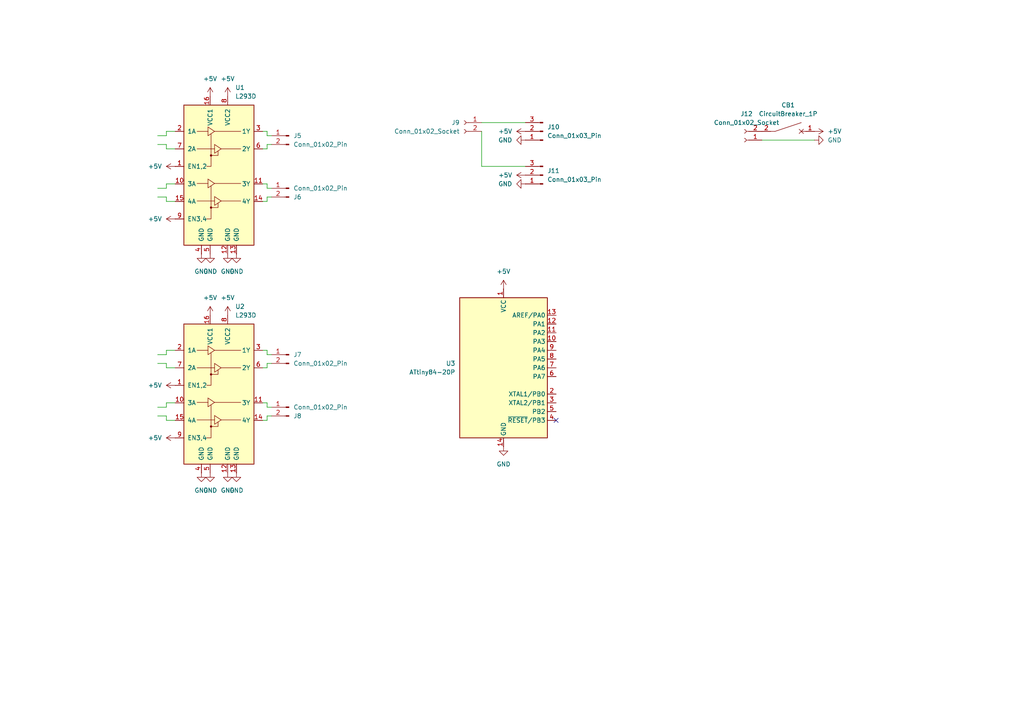
<source format=kicad_sch>
(kicad_sch (version 20231120) (generator "eeschema") (generator_version "8.0")
  (paper "A4")
  (lib_symbols
    (symbol "Conn_01x02_Pin_1" (pin_names (offset 1.016) hide)
      (property "Reference" "J" (at 0 2.54 0))
      (property "Value" "Conn_01x02_Pin" (at 0 -5.08 0))
      (symbol "Conn_01x02_Pin_1_1_1"
        (polyline (pts (xy 1.27 -2.54) (xy 0.8636 -2.54)) (stroke (width 0.1524)))
        (polyline (pts (xy 1.27 0) (xy 0.8636 0)) (stroke (width 0.1524)))
        (rectangle (start 0.8636 -2.413) (end 0 -2.667) (stroke (width 0.1524)) (fill (type outline)))
        (rectangle (start 0.8636 0.127) (end 0 -0.127) (stroke (width 0.1524)) (fill (type outline)))
        (pin passive line (at 5.08 0 180) (length 3.81) (name "Pin_1") (number "1"))
        (pin passive line (at 5.08 -2.54 180) (length 3.81) (name "Pin_2") (number "2"))
      )
    )
    (symbol "Connector:Conn_01x02_Pin" (pin_names (offset 1.016) hide)
      (property "Reference" "J" (at 0 2.54 0))
      (property "Value" "Conn_01x02_Pin" (at 0 -5.08 0))
      (symbol "Conn_01x02_Pin_1_1"
        (polyline (pts (xy 1.27 -2.54) (xy 0.8636 -2.54)) (stroke (width 0.1524)))
        (polyline (pts (xy 1.27 0) (xy 0.8636 0)) (stroke (width 0.1524)))
        (rectangle (start 0.8636 -2.413) (end 0 -2.667) (stroke (width 0.1524)) (fill (type outline)))
        (rectangle (start 0.8636 0.127) (end 0 -0.127) (stroke (width 0.1524)) (fill (type outline)))
        (pin passive line (at 5.08 0 180) (length 3.81) (name "Pin_1") (number "1"))
        (pin passive line (at 5.08 -2.54 180) (length 3.81) (name "Pin_2") (number "2"))
      )
    )
    (symbol "Connector:Conn_01x02_Socket" (pin_names (offset 1.016) hide)
      (property "Reference" "J" (at 0 2.54 0))
      (property "Value" "Conn_01x02_Socket" (at 0 -5.08 0))
      (symbol "Conn_01x02_Socket_1_1"
        (arc (start 0 -2.032) (mid -0.5058 -2.54) (end 0 -3.048) (stroke (width 0.1524)))
        (polyline (pts (xy -1.27 -2.54) (xy -0.508 -2.54)) (stroke (width 0.1524)))
        (polyline (pts (xy -1.27 0) (xy -0.508 0)) (stroke (width 0.1524)))
        (arc (start 0 0.508) (mid -0.5058 0) (end 0 -0.508) (stroke (width 0.1524)))
        (pin passive line (at -5.08 0 0) (length 3.81) (name "Pin_1") (number "1"))
        (pin passive line (at -5.08 -2.54 0) (length 3.81) (name "Pin_2") (number "2"))
      )
    )
    (symbol "Connector:Conn_01x03_Pin" (pin_names (offset 1.016) hide)
      (property "Reference" "J" (at 0 5.08 0))
      (property "Value" "Conn_01x03_Pin" (at 0 -5.08 0))
      (symbol "Conn_01x03_Pin_1_1"
        (polyline (pts (xy 1.27 -2.54) (xy 0.8636 -2.54)) (stroke (width 0.1524)))
        (polyline (pts (xy 1.27 0) (xy 0.8636 0)) (stroke (width 0.1524)))
        (polyline (pts (xy 1.27 2.54) (xy 0.8636 2.54)) (stroke (width 0.1524)))
        (rectangle (start 0.8636 -2.413) (end 0 -2.667) (stroke (width 0.1524)) (fill (type outline)))
        (rectangle (start 0.8636 0.127) (end 0 -0.127) (stroke (width 0.1524)) (fill (type outline)))
        (rectangle (start 0.8636 2.667) (end 0 2.413) (stroke (width 0.1524)) (fill (type outline)))
        (pin passive line (at 5.08 2.54 180) (length 3.81) (name "Pin_1") (number "1"))
        (pin passive line (at 5.08 0 180) (length 3.81) (name "Pin_2") (number "2"))
        (pin passive line (at 5.08 -2.54 180) (length 3.81) (name "Pin_3") (number "3"))
      )
    )
    (symbol "Device:CircuitBreaker_1P"
      (property "Reference" "CB" (at 1.905 0 0))
      (property "Value" "CircuitBreaker_1P" (at 1.905 1.905 0))
      (symbol "CircuitBreaker_1P_0_1"
        (polyline (pts (xy 0 -5.08) (xy 0 -3.81)))
        (polyline (pts (xy 0 -3.81) (xy -2.54 3.81)))
      )
      (symbol "CircuitBreaker_1P_1_1"
        (polyline (pts (xy -0.635 4.445) (xy 0.635 3.175)))
        (polyline (pts (xy 0 5.08) (xy 0 3.81)))
        (polyline (pts (xy 0.635 4.445) (xy -0.635 3.175)))
        (pin passive line (at 0 7.62 270) (length 2.54) (name "~") (number "1"))
        (pin passive line (at 0 -7.62 90) (length 2.54) (name "~") (number "2"))
      )
    )
    (symbol "Driver_Motor:L293D" (pin_names (offset 1.016))
      (property "Reference" "U" (at -5.08 26.035 0))
      (property "Value" "L293D" (at -5.08 24.13 0))
      (symbol "L293D_0_1"
        (rectangle (start -10.16 22.86) (end 10.16 -17.78) (stroke (width 0.254)) (fill (type background)))
        (circle (center -2.286 -6.858) (radius 0.254) (fill (type outline)))
        (circle (center -2.286 8.255) (radius 0.254) (fill (type outline)))
        (polyline (pts (xy -6.35 -4.953) (xy -1.27 -4.953)))
        (polyline (pts (xy -6.35 0.127) (xy -3.175 0.127)))
        (polyline (pts (xy -6.35 10.16) (xy -1.27 10.16)))
        (polyline (pts (xy -6.35 15.24) (xy -3.175 15.24)))
        (polyline (pts (xy -1.27 0.127) (xy 6.35 0.127)))
        (polyline (pts (xy -1.27 15.24) (xy 6.35 15.24)))
        (polyline (pts (xy 0.635 -4.953) (xy 6.35 -4.953)))
        (polyline (pts (xy 0.635 10.16) (xy 6.35 10.16)))
        (polyline (pts (xy -2.286 -6.858) (xy -0.254 -6.858) (xy -0.254 -5.588)))
        (polyline (pts (xy -2.286 -0.635) (xy -2.286 -10.16) (xy -3.556 -10.16)))
        (polyline (pts (xy -2.286 8.255) (xy -0.254 8.255) (xy -0.254 9.525)))
        (polyline (pts (xy -2.286 14.478) (xy -2.286 5.08) (xy -3.556 5.08)))
        (polyline (pts (xy -3.175 1.397) (xy -3.175 -1.143) (xy -1.27 0.127) (xy -3.175 1.397)))
        (polyline (pts (xy -3.175 16.51) (xy -3.175 13.97) (xy -1.27 15.24) (xy -3.175 16.51)))
        (polyline (pts (xy -1.27 -3.683) (xy -1.27 -6.223) (xy 0.635 -4.953) (xy -1.27 -3.683)))
        (polyline (pts (xy -1.27 11.43) (xy -1.27 8.89) (xy 0.635 10.16) (xy -1.27 11.43)))
      )
      (symbol "L293D_1_1"
        (pin input line (at -12.7 5.08 0) (length 2.54) (name "EN1,2") (number "1"))
        (pin input line (at -12.7 0 0) (length 2.54) (name "3A") (number "10"))
        (pin output line (at 12.7 0 180) (length 2.54) (name "3Y") (number "11"))
        (pin power_in line (at 2.54 -20.32 90) (length 2.54) (name "GND") (number "12"))
        (pin power_in line (at 5.08 -20.32 90) (length 2.54) (name "GND") (number "13"))
        (pin output line (at 12.7 -5.08 180) (length 2.54) (name "4Y") (number "14"))
        (pin input line (at -12.7 -5.08 0) (length 2.54) (name "4A") (number "15"))
        (pin power_in line (at -2.54 25.4 270) (length 2.54) (name "VCC1") (number "16"))
        (pin input line (at -12.7 15.24 0) (length 2.54) (name "1A") (number "2"))
        (pin output line (at 12.7 15.24 180) (length 2.54) (name "1Y") (number "3"))
        (pin power_in line (at -5.08 -20.32 90) (length 2.54) (name "GND") (number "4"))
        (pin power_in line (at -2.54 -20.32 90) (length 2.54) (name "GND") (number "5"))
        (pin output line (at 12.7 10.16 180) (length 2.54) (name "2Y") (number "6"))
        (pin input line (at -12.7 10.16 0) (length 2.54) (name "2A") (number "7"))
        (pin power_in line (at 2.54 25.4 270) (length 2.54) (name "VCC2") (number "8"))
        (pin input line (at -12.7 -10.16 0) (length 2.54) (name "EN3,4") (number "9"))
      )
    )
    (symbol "MCU_Microchip_ATtiny:ATtiny84-20P"
      (property "Reference" "U" (at -12.7 21.59 0))
      (property "Value" "ATtiny84-20P" (at 2.54 -21.59 0))
      (symbol "ATtiny84-20P_0_1"
        (rectangle (start -12.7 -20.32) (end 12.7 20.32) (stroke (width 0.254)) (fill (type background)))
      )
      (symbol "ATtiny84-20P_1_1"
        (pin power_in line (at 0 22.86 270) (length 2.54) (name "VCC") (number "1"))
        (pin bidirectional line (at 15.24 7.62 180) (length 2.54) (name "PA3") (number "10"))
        (pin bidirectional line (at 15.24 10.16 180) (length 2.54) (name "PA2") (number "11"))
        (pin bidirectional line (at 15.24 12.7 180) (length 2.54) (name "PA1") (number "12"))
        (pin bidirectional line (at 15.24 15.24 180) (length 2.54) (name "AREF/PA0") (number "13"))
        (pin power_in line (at 0 -22.86 90) (length 2.54) (name "GND") (number "14"))
        (pin bidirectional line (at 15.24 -7.62 180) (length 2.54) (name "XTAL1/PB0") (number "2"))
        (pin bidirectional line (at 15.24 -10.16 180) (length 2.54) (name "XTAL2/PB1") (number "3"))
        (pin bidirectional line (at 15.24 -15.24 180) (length 2.54) (name "~{RESET}/PB3") (number "4"))
        (pin bidirectional line (at 15.24 -12.7 180) (length 2.54) (name "PB2") (number "5"))
        (pin bidirectional line (at 15.24 -2.54 180) (length 2.54) (name "PA7") (number "6"))
        (pin bidirectional line (at 15.24 0 180) (length 2.54) (name "PA6") (number "7"))
        (pin bidirectional line (at 15.24 2.54 180) (length 2.54) (name "PA5") (number "8"))
        (pin bidirectional line (at 15.24 5.08 180) (length 2.54) (name "PA4") (number "9"))
      )
    )
    (symbol "power:+5V" (power) (pin_numbers hide) (pin_names (offset 0) hide)
      (property "Value" "+5V" (at 0 3.556 0))
      (symbol "+5V_0_1"
        (polyline (pts (xy -0.762 1.27) (xy 0 2.54)))
        (polyline (pts (xy 0 0) (xy 0 2.54)))
        (polyline (pts (xy 0 2.54) (xy 0.762 1.27)))
      )
      (symbol "+5V_1_1"
        (pin power_in line (at 0 0 90) (length 0) (name "~") (number "1"))
      )
    )
    (symbol "power:GND" (power) (pin_numbers hide) (pin_names (offset 0) hide)
      (property "Value" "GND" (at 0 -3.81 0))
      (symbol "GND_0_1"
        (polyline (pts (xy 0 0) (xy 0 -1.27) (xy 1.27 -1.27) (xy 0 -2.54) (xy -1.27 -1.27) (xy 0 -1.27)))
      )
      (symbol "GND_1_1"
        (pin power_in line (at 0 0 270) (length 0) (name "~") (number "1"))
      )
    )
  )
  (no_connect (at 161.29 121.92))
  (wire (pts (xy 77.47 105.41) (xy 77.47 106.68)))
  (wire (pts (xy 48.26 101.6) (xy 50.8 101.6)))
  (wire (pts (xy 78.74 57.15) (xy 77.47 57.15)))
  (wire (pts (xy 77.47 105.41) (xy 78.74 105.41)))
  (wire (pts (xy 139.7 38.1) (xy 139.7 48.26)))
  (wire (pts (xy 77.47 57.15) (xy 77.47 58.42)))
  (wire (pts (xy 77.47 39.37) (xy 78.74 39.37)))
  (wire (pts (xy 48.26 43.18) (xy 50.8 43.18)))
  (wire (pts (xy 77.47 116.84) (xy 77.47 118.11)))
  (wire (pts (xy 77.47 41.91) (xy 77.47 43.18)))
  (wire (pts (xy 48.26 38.1) (xy 50.8 38.1)))
  (wire (pts (xy 45.72 102.87) (xy 48.26 102.87)))
  (wire (pts (xy 48.26 54.61) (xy 48.26 53.34)))
  (wire (pts (xy 77.47 54.61) (xy 78.74 54.61)))
  (wire (pts (xy 77.47 102.87) (xy 78.74 102.87)))
  (wire (pts (xy 77.47 53.34) (xy 77.47 54.61)))
  (wire (pts (xy 45.72 54.61) (xy 48.26 54.61)))
  (wire (pts (xy 45.72 120.65) (xy 48.26 120.65)))
  (wire (pts (xy 77.47 38.1) (xy 76.2 38.1)))
  (wire (pts (xy 48.26 58.42) (xy 50.8 58.42)))
  (wire (pts (xy 77.47 102.87) (xy 77.47 101.6)))
  (wire (pts (xy 139.7 35.56) (xy 152.4 35.56)))
  (wire (pts (xy 77.47 53.34) (xy 76.2 53.34)))
  (wire (pts (xy 48.26 118.11) (xy 48.26 116.84)))
  (wire (pts (xy 48.26 102.87) (xy 48.26 101.6)))
  (wire (pts (xy 77.47 116.84) (xy 76.2 116.84)))
  (wire (pts (xy 48.26 106.68) (xy 50.8 106.68)))
  (wire (pts (xy 48.26 41.91) (xy 48.26 43.18)))
  (wire (pts (xy 48.26 53.34) (xy 50.8 53.34)))
  (wire (pts (xy 48.26 105.41) (xy 48.26 106.68)))
  (wire (pts (xy 77.47 41.91) (xy 78.74 41.91)))
  (wire (pts (xy 77.47 118.11) (xy 78.74 118.11)))
  (wire (pts (xy 45.72 39.37) (xy 48.26 39.37)))
  (wire (pts (xy 139.7 48.26) (xy 152.4 48.26)))
  (wire (pts (xy 76.2 43.18) (xy 77.47 43.18)))
  (wire (pts (xy 48.26 121.92) (xy 50.8 121.92)))
  (wire (pts (xy 78.74 120.65) (xy 77.47 120.65)))
  (wire (pts (xy 48.26 57.15) (xy 48.26 58.42)))
  (wire (pts (xy 48.26 120.65) (xy 48.26 121.92)))
  (wire (pts (xy 77.47 58.42) (xy 76.2 58.42)))
  (wire (pts (xy 45.72 41.91) (xy 48.26 41.91)))
  (wire (pts (xy 220.98 40.64) (xy 236.22 40.64)))
  (wire (pts (xy 77.47 39.37) (xy 77.47 38.1)))
  (wire (pts (xy 77.47 121.92) (xy 76.2 121.92)))
  (wire (pts (xy 48.26 39.37) (xy 48.26 38.1)))
  (wire (pts (xy 76.2 106.68) (xy 77.47 106.68)))
  (wire (pts (xy 77.47 101.6) (xy 76.2 101.6)))
  (wire (pts (xy 48.26 116.84) (xy 50.8 116.84)))
  (wire (pts (xy 45.72 57.15) (xy 48.26 57.15)))
  (wire (pts (xy 77.47 120.65) (xy 77.47 121.92)))
  (wire (pts (xy 45.72 118.11) (xy 48.26 118.11)))
  (wire (pts (xy 45.72 105.41) (xy 48.26 105.41)))
  (symbol (lib_id "power:+5V") (at 50.8 48.26 90) (unit 1)
    (property "Reference" "#PWR01" (effects (hide yes)))
    (property "Value" "+5V" (at 46.99 48.2599 90) (effects (justify left)))
    (property "Description" "Power symbol creates a global label with name \"+5V\"" (effects (hide yes)))
  )
  (symbol (lib_id "Connector:Conn_01x02_Socket") (at 134.62 35.56 0) (mirror y) (unit 1)
    (property "Reference" "J9" (at 133.35 35.5599 0) (effects (justify left)))
    (property "Value" "Conn_01x02_Socket" (at 133.35 38.0999 0) (effects (justify left)))
    (property "Footprint" "Connector_PinSocket_2.54mm:PinSocket_1x02_P2.54mm_Vertical" (effects (hide yes)))
    (property "Description" "Generic connector, single row, 01x02, script generated" (effects (hide yes)))
  )
  (symbol (lib_id "power:+5V") (at 66.04 27.94 0) (unit 1)
    (property "Reference" "#PWR011" (effects (hide yes)))
    (property "Value" "+5V" (at 66.04 22.86 0))
    (property "Description" "Power symbol creates a global label with name \"+5V\"" (effects (hide yes)))
  )
  (symbol (lib_id "Connector:Conn_01x03_Pin") (at 157.48 50.8 180) (unit 1)
    (property "Reference" "J11" (at 158.75 49.5299 0) (effects (justify right)))
    (property "Value" "Conn_01x03_Pin" (at 158.75 52.0699 0) (effects (justify right)))
    (property "Footprint" "Connector_PinHeader_2.54mm:PinHeader_1x03_P2.54mm_Vertical" (effects (hide yes)))
    (property "Description" "Generic connector, single row, 01x03, script generated" (effects (hide yes)))
  )
  (symbol (lib_id "Connector:Conn_01x02_Pin") (at 83.82 54.61 0) (mirror y) (unit 1)
    (property "Reference" "J6" (at 85.09 57.1501 0) (effects (justify right)))
    (property "Value" "Conn_01x02_Pin" (at 85.09 54.6101 0) (effects (justify right)))
    (property "Footprint" "Connector_PinHeader_2.54mm:PinHeader_1x02_P2.54mm_Vertical" (effects (hide yes)))
    (property "Description" "Generic connector, single row, 01x02, script generated" (effects (hide yes)))
  )
  (symbol (lib_id "power:+5V") (at 152.4 50.8 90) (unit 1)
    (property "Reference" "#PWR019" (effects (hide yes)))
    (property "Value" "+5V" (at 148.59 50.7999 90) (effects (justify left)))
    (property "Description" "Power symbol creates a global label with name \"+5V\"" (effects (hide yes)))
  )
  (symbol (lib_id "Connector:Conn_01x03_Pin") (at 157.48 38.1 180) (unit 1)
    (property "Reference" "J10" (at 158.75 36.8299 0) (effects (justify right)))
    (property "Value" "Conn_01x03_Pin" (at 158.75 39.3699 0) (effects (justify right)))
    (property "Footprint" "Connector_PinHeader_2.54mm:PinHeader_1x03_P2.54mm_Vertical" (effects (hide yes)))
    (property "Description" "Generic connector, single row, 01x03, script generated" (effects (hide yes)))
  )
  (symbol (lib_id "power:+5V") (at 60.96 91.44 0) (unit 1)
    (property "Reference" "#PWR09" (effects (hide yes)))
    (property "Value" "+5V" (at 60.96 86.36 0))
    (property "Description" "Power symbol creates a global label with name \"+5V\"" (effects (hide yes)))
  )
  (symbol (lib_id "power:+5V") (at 66.04 91.44 0) (unit 1)
    (property "Reference" "#PWR013" (effects (hide yes)))
    (property "Value" "+5V" (at 66.04 86.36 0))
    (property "Description" "Power symbol creates a global label with name \"+5V\"" (effects (hide yes)))
  )
  (symbol (lib_id "power:GND") (at 66.04 137.16 0) (unit 1)
    (property "Reference" "#PWR014" (effects (hide yes)))
    (property "Value" "GND" (at 66.04 142.24 0))
    (property "Description" "Power symbol creates a global label with name \"GND\" , ground" (effects (hide yes)))
  )
  (symbol (lib_id "MCU_Microchip_ATtiny:ATtiny84-20P") (at 146.05 106.68 0) (unit 1)
    (property "Reference" "U3" (at 132.08 105.4099 0) (effects (justify right)))
    (property "Value" "ATtiny84-20P" (at 132.08 107.9499 0) (effects (justify right)))
    (property "Footprint" "Package_DIP:DIP-14_W7.62mm" (effects (hide yes)))
    (property "Datasheet" "http://ww1.microchip.com/downloads/en/DeviceDoc/doc8006.pdf" (effects (hide yes)))
    (property "Description" "20MHz, 8kB Flash, 512B SRAM, 512B EEPROM, debugWIRE, DIP-14" (effects (hide yes)))
  )
  (symbol (lib_id "power:GND") (at 60.96 137.16 0) (unit 1)
    (property "Reference" "#PWR010" (effects (hide yes)))
    (property "Value" "GND" (at 60.96 142.24 0))
    (property "Description" "Power symbol creates a global label with name \"GND\" , ground" (effects (hide yes)))
  )
  (symbol (lib_id "power:GND") (at 68.58 137.16 0) (unit 1)
    (property "Reference" "#PWR016" (effects (hide yes)))
    (property "Value" "GND" (at 68.58 142.24 0))
    (property "Description" "Power symbol creates a global label with name \"GND\" , ground" (effects (hide yes)))
  )
  (symbol (lib_id "Driver_Motor:L293D") (at 63.5 116.84 0) (unit 1)
    (property "Reference" "U2" (at 68.2341 88.9 0) (effects (justify left)))
    (property "Value" "L293D" (at 68.2341 91.44 0) (effects (justify left)))
    (property "Footprint" "Package_DIP:DIP-16_W7.62mm_Socket" (effects (hide yes)))
    (property "Datasheet" "http://www.ti.com/lit/ds/symlink/l293.pdf" (effects (hide yes)))
    (property "Description" "Quadruple Half-H Drivers" (effects (hide yes)))
  )
  (symbol (lib_id "power:GND") (at 152.4 53.34 270) (unit 1)
    (property "Reference" "#PWR020" (effects (hide yes)))
    (property "Value" "GND" (at 148.59 53.3399 90) (effects (justify right)))
    (property "Description" "Power symbol creates a global label with name \"GND\" , ground" (effects (hide yes)))
  )
  (symbol (lib_id "Device:CircuitBreaker_1P") (at 228.6 38.1 270) (unit 1)
    (property "Reference" "CB1" (at 228.6 30.48 90))
    (property "Value" "CircuitBreaker_1P" (at 228.6 33.02 90))
    (property "Description" "Single pole circuit breaker" (effects (hide yes)))
  )
  (symbol (lib_id "Connector:Conn_01x02_Pin") (at 83.82 118.11 0) (mirror y) (unit 1)
    (property "Reference" "J8" (at 85.09 120.6501 0) (effects (justify right)))
    (property "Value" "Conn_01x02_Pin" (at 85.09 118.1101 0) (effects (justify right)))
    (property "Footprint" "Connector_PinHeader_2.54mm:PinHeader_1x02_P2.54mm_Vertical" (effects (hide yes)))
    (property "Description" "Generic connector, single row, 01x02, script generated" (effects (hide yes)))
  )
  (symbol (lib_id "Driver_Motor:L293D") (at 63.5 53.34 0) (unit 1)
    (property "Reference" "U1" (at 68.2341 25.4 0) (effects (justify left)))
    (property "Value" "L293D" (at 68.2341 27.94 0) (effects (justify left)))
    (property "Footprint" "Package_DIP:DIP-16_W7.62mm_Socket" (effects (hide yes)))
    (property "Datasheet" "http://www.ti.com/lit/ds/symlink/l293.pdf" (effects (hide yes)))
    (property "Description" "Quadruple Half-H Drivers" (effects (hide yes)))
  )
  (symbol (lib_id "power:GND") (at 68.58 73.66 0) (unit 1)
    (property "Reference" "#PWR015" (effects (hide yes)))
    (property "Value" "GND" (at 68.58 78.74 0))
    (property "Description" "Power symbol creates a global label with name \"GND\" , ground" (effects (hide yes)))
  )
  (symbol (lib_id "power:GND") (at 66.04 73.66 0) (unit 1)
    (property "Reference" "#PWR012" (effects (hide yes)))
    (property "Value" "GND" (at 66.04 78.74 0))
    (property "Description" "Power symbol creates a global label with name \"GND\" , ground" (effects (hide yes)))
  )
  (symbol (lib_id "Connector:Conn_01x02_Socket") (at 215.9 40.64 180) (unit 1)
    (property "Reference" "J12" (at 216.535 33.02 0))
    (property "Value" "Conn_01x02_Socket" (at 216.535 35.56 0))
    (property "Footprint" "Connector_PinSocket_2.54mm:PinSocket_1x02_P2.54mm_Vertical" (effects (hide yes)))
    (property "Description" "Generic connector, single row, 01x02, script generated" (effects (hide yes)))
  )
  (symbol (lib_id "power:+5V") (at 60.96 27.94 0) (unit 1)
    (property "Reference" "#PWR07" (effects (hide yes)))
    (property "Value" "+5V" (at 60.96 22.86 0))
    (property "Description" "Power symbol creates a global label with name \"+5V\"" (effects (hide yes)))
  )
  (symbol (lib_id "power:+5V") (at 152.4 38.1 90) (unit 1)
    (property "Reference" "#PWR017" (effects (hide yes)))
    (property "Value" "+5V" (at 148.59 38.0999 90) (effects (justify left)))
    (property "Description" "Power symbol creates a global label with name \"+5V\"" (effects (hide yes)))
  )
  (symbol (lib_id "power:+5V") (at 146.05 83.82 0) (unit 1)
    (property "Reference" "#PWR023" (effects (hide yes)))
    (property "Value" "+5V" (at 146.05 78.74 0))
    (property "Description" "Power symbol creates a global label with name \"+5V\"" (effects (hide yes)))
  )
  (symbol (lib_id "power:GND") (at 152.4 40.64 270) (unit 1)
    (property "Reference" "#PWR018" (effects (hide yes)))
    (property "Value" "GND" (at 148.59 40.6399 90) (effects (justify right)))
    (property "Description" "Power symbol creates a global label with name \"GND\" , ground" (effects (hide yes)))
  )
  (symbol (lib_name "Conn_01x02_Pin_1") (lib_id "Connector:Conn_01x02_Pin") (at 83.82 39.37 0) (mirror y) (unit 1)
    (property "Reference" "J5" (at 85.09 39.3699 0) (effects (justify right)))
    (property "Value" "Conn_01x02_Pin" (at 85.09 41.9099 0) (effects (justify right)))
    (property "Footprint" "Connector_PinHeader_2.54mm:PinHeader_1x02_P2.54mm_Vertical" (effects (hide yes)))
    (property "Description" "Generic connector, single row, 01x02, script generated" (effects (hide yes)))
  )
  (symbol (lib_id "power:GND") (at 60.96 73.66 0) (unit 1)
    (property "Reference" "#PWR08" (effects (hide yes)))
    (property "Value" "GND" (at 60.96 78.74 0))
    (property "Description" "Power symbol creates a global label with name \"GND\" , ground" (effects (hide yes)))
  )
  (symbol (lib_id "power:+5V") (at 50.8 111.76 90) (unit 1)
    (property "Reference" "#PWR03" (effects (hide yes)))
    (property "Value" "+5V" (at 46.99 111.7599 90) (effects (justify left)))
    (property "Description" "Power symbol creates a global label with name \"+5V\"" (effects (hide yes)))
  )
  (symbol (lib_id "power:GND") (at 58.42 137.16 0) (unit 1)
    (property "Reference" "#PWR06" (effects (hide yes)))
    (property "Value" "GND" (at 58.42 142.24 0))
    (property "Description" "Power symbol creates a global label with name \"GND\" , ground" (effects (hide yes)))
  )
  (symbol (lib_id "power:GND") (at 236.22 40.64 90) (unit 1)
    (property "Reference" "#PWR022" (effects (hide yes)))
    (property "Value" "GND" (at 240.03 40.6399 90) (effects (justify right)))
    (property "Description" "Power symbol creates a global label with name \"GND\" , ground" (effects (hide yes)))
  )
  (symbol (lib_id "power:GND") (at 58.42 73.66 0) (unit 1)
    (property "Reference" "#PWR05" (effects (hide yes)))
    (property "Value" "GND" (at 58.42 78.74 0))
    (property "Description" "Power symbol creates a global label with name \"GND\" , ground" (effects (hide yes)))
  )
  (symbol (lib_id "power:+5V") (at 50.8 127 90) (unit 1)
    (property "Reference" "#PWR04" (effects (hide yes)))
    (property "Value" "+5V" (at 46.99 126.9999 90) (effects (justify left)))
    (property "Description" "Power symbol creates a global label with name \"+5V\"" (effects (hide yes)))
  )
  (symbol (lib_id "power:+5V") (at 236.22 38.1 270) (unit 1)
    (property "Reference" "#PWR021" (effects (hide yes)))
    (property "Value" "+5V" (at 240.03 38.0999 90) (effects (justify left)))
    (property "Description" "Power symbol creates a global label with name \"+5V\"" (effects (hide yes)))
  )
  (symbol (lib_name "Conn_01x02_Pin_1") (lib_id "Connector:Conn_01x02_Pin") (at 83.82 102.87 0) (mirror y) (unit 1)
    (property "Reference" "J7" (at 85.09 102.8699 0) (effects (justify right)))
    (property "Value" "Conn_01x02_Pin" (at 85.09 105.4099 0) (effects (justify right)))
    (property "Footprint" "Connector_PinHeader_2.54mm:PinHeader_1x02_P2.54mm_Vertical" (effects (hide yes)))
    (property "Description" "Generic connector, single row, 01x02, script generated" (effects (hide yes)))
  )
  (symbol (lib_id "power:GND") (at 146.05 129.54 0) (unit 1)
    (property "Reference" "#PWR024" (effects (hide yes)))
    (property "Value" "GND" (at 146.05 134.62 0))
    (property "Description" "Power symbol creates a global label with name \"GND\" , ground" (effects (hide yes)))
  )
  (symbol (lib_id "power:+5V") (at 50.8 63.5 90) (unit 1)
    (property "Reference" "#PWR02" (effects (hide yes)))
    (property "Value" "+5V" (at 46.99 63.4999 90) (effects (justify left)))
    (property "Description" "Power symbol creates a global label with name \"+5V\"" (effects (hide yes)))
  )
)
</source>
